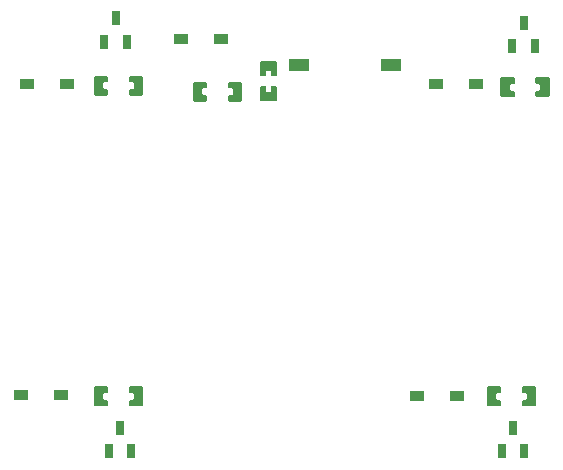
<source format=gtp>
G04 Layer: TopPasteMaskLayer*
G04 EasyEDA v6.5.34, 2023-09-18 22:27:19*
G04 bc2ed7582af3402095bcfb090b7e3d1d,4f913e99b9844981aeab8c69eabd27f9,10*
G04 Gerber Generator version 0.2*
G04 Scale: 100 percent, Rotated: No, Reflected: No *
G04 Dimensions in millimeters *
G04 leading zeros omitted , absolute positions ,4 integer and 5 decimal *
%FSLAX45Y45*%
%MOMM*%

%ADD10R,1.2000X0.9500*%
%ADD11R,1.7500X1.0000*%
%ADD12R,0.7000X1.2500*%

%LPD*%
G36*
X5021427Y-3293160D02*
G01*
X5011470Y-3303168D01*
X5011470Y-3453231D01*
X5021427Y-3463239D01*
X5122214Y-3463239D01*
X5132222Y-3453231D01*
X5132222Y-3417112D01*
X5122214Y-3407105D01*
X5101132Y-3407105D01*
X5091125Y-3397097D01*
X5091125Y-3359302D01*
X5101132Y-3349294D01*
X5122214Y-3349294D01*
X5132222Y-3339287D01*
X5132222Y-3303168D01*
X5122214Y-3293160D01*
G37*
G36*
X5317185Y-3293160D02*
G01*
X5307177Y-3303168D01*
X5307177Y-3339287D01*
X5317185Y-3349294D01*
X5338267Y-3349294D01*
X5348274Y-3359302D01*
X5348274Y-3397097D01*
X5338267Y-3407105D01*
X5317185Y-3407105D01*
X5307177Y-3417112D01*
X5307177Y-3453231D01*
X5317185Y-3463239D01*
X5417972Y-3463239D01*
X5427929Y-3453231D01*
X5427929Y-3303168D01*
X5417972Y-3293160D01*
G37*
G36*
X1694027Y-3293160D02*
G01*
X1684070Y-3303168D01*
X1684070Y-3453231D01*
X1694027Y-3463239D01*
X1794814Y-3463239D01*
X1804822Y-3453231D01*
X1804822Y-3417112D01*
X1794814Y-3407105D01*
X1773732Y-3407105D01*
X1763725Y-3397097D01*
X1763725Y-3359302D01*
X1773732Y-3349294D01*
X1794814Y-3349294D01*
X1804822Y-3339287D01*
X1804822Y-3303168D01*
X1794814Y-3293160D01*
G37*
G36*
X1989785Y-3293160D02*
G01*
X1979777Y-3303168D01*
X1979777Y-3339287D01*
X1989785Y-3349294D01*
X2010867Y-3349294D01*
X2020874Y-3359302D01*
X2020874Y-3397097D01*
X2010867Y-3407105D01*
X1989785Y-3407105D01*
X1979777Y-3417112D01*
X1979777Y-3453231D01*
X1989785Y-3463239D01*
X2090572Y-3463239D01*
X2100529Y-3453231D01*
X2100529Y-3303168D01*
X2090572Y-3293160D01*
G37*
G36*
X1694027Y-664260D02*
G01*
X1684070Y-674268D01*
X1684070Y-824331D01*
X1694027Y-834339D01*
X1794814Y-834339D01*
X1804822Y-824331D01*
X1804822Y-788212D01*
X1794814Y-778205D01*
X1773732Y-778205D01*
X1763725Y-768197D01*
X1763725Y-730402D01*
X1773732Y-720394D01*
X1794814Y-720394D01*
X1804822Y-710387D01*
X1804822Y-674268D01*
X1794814Y-664260D01*
G37*
G36*
X1989785Y-664260D02*
G01*
X1979777Y-674268D01*
X1979777Y-710387D01*
X1989785Y-720394D01*
X2010867Y-720394D01*
X2020874Y-730402D01*
X2020874Y-768197D01*
X2010867Y-778205D01*
X1989785Y-778205D01*
X1979777Y-788212D01*
X1979777Y-824331D01*
X1989785Y-834339D01*
X2090572Y-834339D01*
X2100529Y-824331D01*
X2100529Y-674268D01*
X2090572Y-664260D01*
G37*
G36*
X5135727Y-676960D02*
G01*
X5125770Y-686968D01*
X5125770Y-837031D01*
X5135727Y-847039D01*
X5236514Y-847039D01*
X5246522Y-837031D01*
X5246522Y-800912D01*
X5236514Y-790905D01*
X5215432Y-790905D01*
X5205425Y-780897D01*
X5205425Y-743102D01*
X5215432Y-733094D01*
X5236514Y-733094D01*
X5246522Y-723087D01*
X5246522Y-686968D01*
X5236514Y-676960D01*
G37*
G36*
X5431485Y-676960D02*
G01*
X5421477Y-686968D01*
X5421477Y-723087D01*
X5431485Y-733094D01*
X5452567Y-733094D01*
X5462574Y-743102D01*
X5462574Y-780897D01*
X5452567Y-790905D01*
X5431485Y-790905D01*
X5421477Y-800912D01*
X5421477Y-837031D01*
X5431485Y-847039D01*
X5532272Y-847039D01*
X5542229Y-837031D01*
X5542229Y-686968D01*
X5532272Y-676960D01*
G37*
G36*
X2827985Y-715060D02*
G01*
X2817977Y-725068D01*
X2817977Y-761187D01*
X2827985Y-771194D01*
X2849067Y-771194D01*
X2859074Y-781202D01*
X2859074Y-818997D01*
X2849067Y-829005D01*
X2827985Y-829005D01*
X2817977Y-839012D01*
X2817977Y-875131D01*
X2827985Y-885139D01*
X2928772Y-885139D01*
X2938729Y-875131D01*
X2938729Y-725068D01*
X2928772Y-715060D01*
G37*
G36*
X2532227Y-715060D02*
G01*
X2522270Y-725068D01*
X2522270Y-875131D01*
X2532227Y-885139D01*
X2633014Y-885139D01*
X2643022Y-875131D01*
X2643022Y-839012D01*
X2633014Y-829005D01*
X2611932Y-829005D01*
X2601925Y-818997D01*
X2601925Y-781202D01*
X2611932Y-771194D01*
X2633014Y-771194D01*
X2643022Y-761187D01*
X2643022Y-725068D01*
X2633014Y-715060D01*
G37*
G36*
X3139287Y-755700D02*
G01*
X3098292Y-756208D01*
X3093313Y-761187D01*
X3093313Y-876198D01*
X3098292Y-881227D01*
X3226308Y-881227D01*
X3231286Y-876198D01*
X3231286Y-761187D01*
X3226308Y-756208D01*
X3184296Y-756716D01*
X3184296Y-800709D01*
X3139287Y-800709D01*
G37*
G36*
X3098292Y-541223D02*
G01*
X3093313Y-546201D01*
X3093313Y-661212D01*
X3098292Y-666191D01*
X3139287Y-665683D01*
X3139287Y-621690D01*
X3184296Y-621690D01*
X3184296Y-666191D01*
X3226308Y-666191D01*
X3231286Y-661212D01*
X3231286Y-546201D01*
X3226308Y-541223D01*
G37*
D10*
G01*
X2420797Y-355600D03*
G01*
X2760802Y-355600D03*
D11*
G01*
X3422497Y-571500D03*
G01*
X4197502Y-571500D03*
D12*
G01*
X5137404Y-3846499D03*
G01*
X5327395Y-3846499D03*
G01*
X5232400Y-3646500D03*
G01*
X1810004Y-3846499D03*
G01*
X1999995Y-3846499D03*
G01*
X1905000Y-3646500D03*
G01*
X1771904Y-379399D03*
G01*
X1961895Y-379399D03*
G01*
X1866900Y-179400D03*
G01*
X5226304Y-417499D03*
G01*
X5416295Y-417499D03*
G01*
X5321300Y-217500D03*
D10*
G01*
X4754702Y-3378200D03*
G01*
X4414697Y-3378200D03*
G01*
X1401902Y-3365500D03*
G01*
X1061897Y-3365500D03*
G01*
X1452702Y-736600D03*
G01*
X1112697Y-736600D03*
G01*
X4919802Y-736600D03*
G01*
X4579797Y-736600D03*
M02*

</source>
